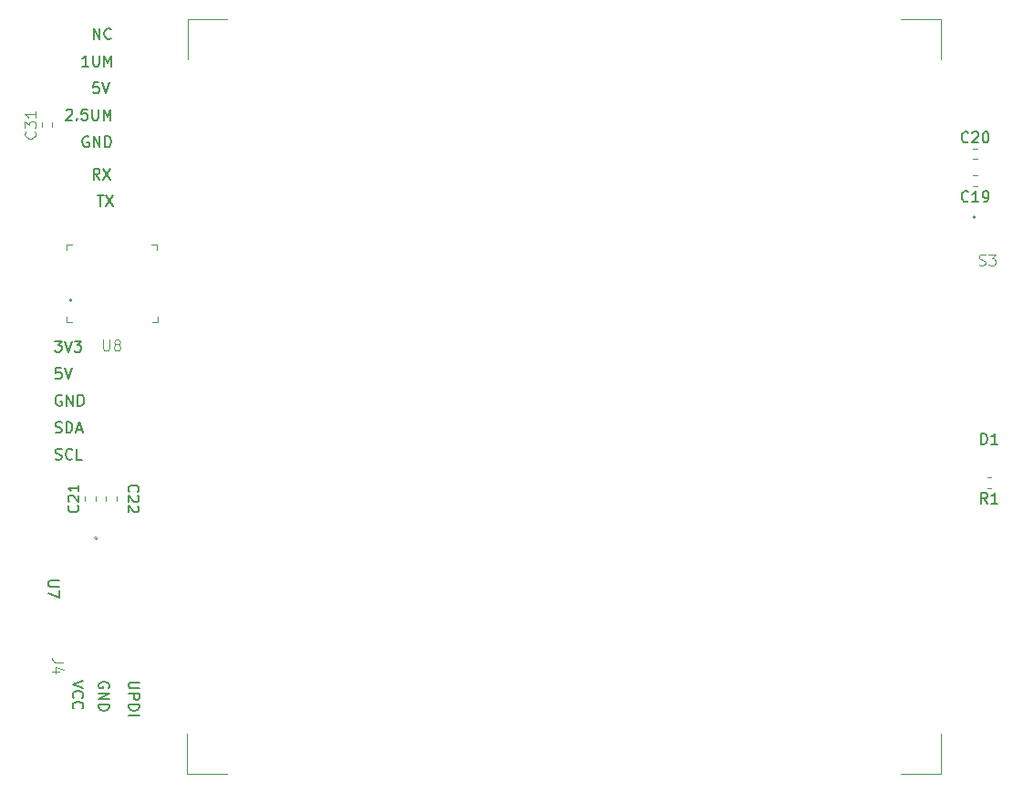
<source format=gbr>
%TF.GenerationSoftware,KiCad,Pcbnew,9.0.7-1.fc42*%
%TF.CreationDate,2026-02-03T17:14:13+01:00*%
%TF.ProjectId,air_sensor,6169725f-7365-46e7-936f-722e6b696361,rev?*%
%TF.SameCoordinates,Original*%
%TF.FileFunction,Legend,Top*%
%TF.FilePolarity,Positive*%
%FSLAX46Y46*%
G04 Gerber Fmt 4.6, Leading zero omitted, Abs format (unit mm)*
G04 Created by KiCad (PCBNEW 9.0.7-1.fc42) date 2026-02-03 17:14:13*
%MOMM*%
%LPD*%
G01*
G04 APERTURE LIST*
%ADD10C,0.100000*%
%ADD11C,0.150000*%
G04 APERTURE END LIST*
D10*
X114862180Y-78442857D02*
X114909800Y-78490476D01*
X114909800Y-78490476D02*
X114957419Y-78633333D01*
X114957419Y-78633333D02*
X114957419Y-78728571D01*
X114957419Y-78728571D02*
X114909800Y-78871428D01*
X114909800Y-78871428D02*
X114814561Y-78966666D01*
X114814561Y-78966666D02*
X114719323Y-79014285D01*
X114719323Y-79014285D02*
X114528847Y-79061904D01*
X114528847Y-79061904D02*
X114385990Y-79061904D01*
X114385990Y-79061904D02*
X114195514Y-79014285D01*
X114195514Y-79014285D02*
X114100276Y-78966666D01*
X114100276Y-78966666D02*
X114005038Y-78871428D01*
X114005038Y-78871428D02*
X113957419Y-78728571D01*
X113957419Y-78728571D02*
X113957419Y-78633333D01*
X113957419Y-78633333D02*
X114005038Y-78490476D01*
X114005038Y-78490476D02*
X114052657Y-78442857D01*
X113957419Y-78109523D02*
X113957419Y-77490476D01*
X113957419Y-77490476D02*
X114338371Y-77823809D01*
X114338371Y-77823809D02*
X114338371Y-77680952D01*
X114338371Y-77680952D02*
X114385990Y-77585714D01*
X114385990Y-77585714D02*
X114433609Y-77538095D01*
X114433609Y-77538095D02*
X114528847Y-77490476D01*
X114528847Y-77490476D02*
X114766942Y-77490476D01*
X114766942Y-77490476D02*
X114862180Y-77538095D01*
X114862180Y-77538095D02*
X114909800Y-77585714D01*
X114909800Y-77585714D02*
X114957419Y-77680952D01*
X114957419Y-77680952D02*
X114957419Y-77966666D01*
X114957419Y-77966666D02*
X114909800Y-78061904D01*
X114909800Y-78061904D02*
X114862180Y-78109523D01*
X114957419Y-76538095D02*
X114957419Y-77109523D01*
X114957419Y-76823809D02*
X113957419Y-76823809D01*
X113957419Y-76823809D02*
X114100276Y-76919047D01*
X114100276Y-76919047D02*
X114195514Y-77014285D01*
X114195514Y-77014285D02*
X114243133Y-77109523D01*
X117502580Y-127666666D02*
X116788295Y-127666666D01*
X116788295Y-127666666D02*
X116645438Y-127619047D01*
X116645438Y-127619047D02*
X116550200Y-127523809D01*
X116550200Y-127523809D02*
X116502580Y-127380952D01*
X116502580Y-127380952D02*
X116502580Y-127285714D01*
X117169247Y-128571428D02*
X116502580Y-128571428D01*
X117550200Y-128333333D02*
X116835914Y-128095238D01*
X116835914Y-128095238D02*
X116835914Y-128714285D01*
D11*
X121742561Y-130060588D02*
X121790180Y-129965350D01*
X121790180Y-129965350D02*
X121790180Y-129822493D01*
X121790180Y-129822493D02*
X121742561Y-129679636D01*
X121742561Y-129679636D02*
X121647323Y-129584398D01*
X121647323Y-129584398D02*
X121552085Y-129536779D01*
X121552085Y-129536779D02*
X121361609Y-129489160D01*
X121361609Y-129489160D02*
X121218752Y-129489160D01*
X121218752Y-129489160D02*
X121028276Y-129536779D01*
X121028276Y-129536779D02*
X120933038Y-129584398D01*
X120933038Y-129584398D02*
X120837800Y-129679636D01*
X120837800Y-129679636D02*
X120790180Y-129822493D01*
X120790180Y-129822493D02*
X120790180Y-129917731D01*
X120790180Y-129917731D02*
X120837800Y-130060588D01*
X120837800Y-130060588D02*
X120885419Y-130108207D01*
X120885419Y-130108207D02*
X121218752Y-130108207D01*
X121218752Y-130108207D02*
X121218752Y-129917731D01*
X120790180Y-130536779D02*
X121790180Y-130536779D01*
X121790180Y-130536779D02*
X120790180Y-131108207D01*
X120790180Y-131108207D02*
X121790180Y-131108207D01*
X120790180Y-131584398D02*
X121790180Y-131584398D01*
X121790180Y-131584398D02*
X121790180Y-131822493D01*
X121790180Y-131822493D02*
X121742561Y-131965350D01*
X121742561Y-131965350D02*
X121647323Y-132060588D01*
X121647323Y-132060588D02*
X121552085Y-132108207D01*
X121552085Y-132108207D02*
X121361609Y-132155826D01*
X121361609Y-132155826D02*
X121218752Y-132155826D01*
X121218752Y-132155826D02*
X121028276Y-132108207D01*
X121028276Y-132108207D02*
X120933038Y-132060588D01*
X120933038Y-132060588D02*
X120837800Y-131965350D01*
X120837800Y-131965350D02*
X120790180Y-131822493D01*
X120790180Y-131822493D02*
X120790180Y-131584398D01*
X119390180Y-129393922D02*
X118390180Y-129727255D01*
X118390180Y-129727255D02*
X119390180Y-130060588D01*
X118485419Y-130965350D02*
X118437800Y-130917731D01*
X118437800Y-130917731D02*
X118390180Y-130774874D01*
X118390180Y-130774874D02*
X118390180Y-130679636D01*
X118390180Y-130679636D02*
X118437800Y-130536779D01*
X118437800Y-130536779D02*
X118533038Y-130441541D01*
X118533038Y-130441541D02*
X118628276Y-130393922D01*
X118628276Y-130393922D02*
X118818752Y-130346303D01*
X118818752Y-130346303D02*
X118961609Y-130346303D01*
X118961609Y-130346303D02*
X119152085Y-130393922D01*
X119152085Y-130393922D02*
X119247323Y-130441541D01*
X119247323Y-130441541D02*
X119342561Y-130536779D01*
X119342561Y-130536779D02*
X119390180Y-130679636D01*
X119390180Y-130679636D02*
X119390180Y-130774874D01*
X119390180Y-130774874D02*
X119342561Y-130917731D01*
X119342561Y-130917731D02*
X119294942Y-130965350D01*
X118485419Y-131965350D02*
X118437800Y-131917731D01*
X118437800Y-131917731D02*
X118390180Y-131774874D01*
X118390180Y-131774874D02*
X118390180Y-131679636D01*
X118390180Y-131679636D02*
X118437800Y-131536779D01*
X118437800Y-131536779D02*
X118533038Y-131441541D01*
X118533038Y-131441541D02*
X118628276Y-131393922D01*
X118628276Y-131393922D02*
X118818752Y-131346303D01*
X118818752Y-131346303D02*
X118961609Y-131346303D01*
X118961609Y-131346303D02*
X119152085Y-131393922D01*
X119152085Y-131393922D02*
X119247323Y-131441541D01*
X119247323Y-131441541D02*
X119342561Y-131536779D01*
X119342561Y-131536779D02*
X119390180Y-131679636D01*
X119390180Y-131679636D02*
X119390180Y-131774874D01*
X119390180Y-131774874D02*
X119342561Y-131917731D01*
X119342561Y-131917731D02*
X119294942Y-131965350D01*
X124590180Y-129536779D02*
X123780657Y-129536779D01*
X123780657Y-129536779D02*
X123685419Y-129584398D01*
X123685419Y-129584398D02*
X123637800Y-129632017D01*
X123637800Y-129632017D02*
X123590180Y-129727255D01*
X123590180Y-129727255D02*
X123590180Y-129917731D01*
X123590180Y-129917731D02*
X123637800Y-130012969D01*
X123637800Y-130012969D02*
X123685419Y-130060588D01*
X123685419Y-130060588D02*
X123780657Y-130108207D01*
X123780657Y-130108207D02*
X124590180Y-130108207D01*
X123590180Y-130584398D02*
X124590180Y-130584398D01*
X124590180Y-130584398D02*
X124590180Y-130965350D01*
X124590180Y-130965350D02*
X124542561Y-131060588D01*
X124542561Y-131060588D02*
X124494942Y-131108207D01*
X124494942Y-131108207D02*
X124399704Y-131155826D01*
X124399704Y-131155826D02*
X124256847Y-131155826D01*
X124256847Y-131155826D02*
X124161609Y-131108207D01*
X124161609Y-131108207D02*
X124113990Y-131060588D01*
X124113990Y-131060588D02*
X124066371Y-130965350D01*
X124066371Y-130965350D02*
X124066371Y-130584398D01*
X123590180Y-131584398D02*
X124590180Y-131584398D01*
X124590180Y-131584398D02*
X124590180Y-131822493D01*
X124590180Y-131822493D02*
X124542561Y-131965350D01*
X124542561Y-131965350D02*
X124447323Y-132060588D01*
X124447323Y-132060588D02*
X124352085Y-132108207D01*
X124352085Y-132108207D02*
X124161609Y-132155826D01*
X124161609Y-132155826D02*
X124018752Y-132155826D01*
X124018752Y-132155826D02*
X123828276Y-132108207D01*
X123828276Y-132108207D02*
X123733038Y-132060588D01*
X123733038Y-132060588D02*
X123637800Y-131965350D01*
X123637800Y-131965350D02*
X123590180Y-131822493D01*
X123590180Y-131822493D02*
X123590180Y-131584398D01*
X123590180Y-132584398D02*
X124590180Y-132584398D01*
X117107680Y-120088095D02*
X116298157Y-120088095D01*
X116298157Y-120088095D02*
X116202919Y-120135714D01*
X116202919Y-120135714D02*
X116155300Y-120183333D01*
X116155300Y-120183333D02*
X116107680Y-120278571D01*
X116107680Y-120278571D02*
X116107680Y-120469047D01*
X116107680Y-120469047D02*
X116155300Y-120564285D01*
X116155300Y-120564285D02*
X116202919Y-120611904D01*
X116202919Y-120611904D02*
X116298157Y-120659523D01*
X116298157Y-120659523D02*
X117107680Y-120659523D01*
X117107680Y-121040476D02*
X117107680Y-121707142D01*
X117107680Y-121707142D02*
X116107680Y-121278571D01*
X118859580Y-113142857D02*
X118907200Y-113190476D01*
X118907200Y-113190476D02*
X118954819Y-113333333D01*
X118954819Y-113333333D02*
X118954819Y-113428571D01*
X118954819Y-113428571D02*
X118907200Y-113571428D01*
X118907200Y-113571428D02*
X118811961Y-113666666D01*
X118811961Y-113666666D02*
X118716723Y-113714285D01*
X118716723Y-113714285D02*
X118526247Y-113761904D01*
X118526247Y-113761904D02*
X118383390Y-113761904D01*
X118383390Y-113761904D02*
X118192914Y-113714285D01*
X118192914Y-113714285D02*
X118097676Y-113666666D01*
X118097676Y-113666666D02*
X118002438Y-113571428D01*
X118002438Y-113571428D02*
X117954819Y-113428571D01*
X117954819Y-113428571D02*
X117954819Y-113333333D01*
X117954819Y-113333333D02*
X118002438Y-113190476D01*
X118002438Y-113190476D02*
X118050057Y-113142857D01*
X118050057Y-112761904D02*
X118002438Y-112714285D01*
X118002438Y-112714285D02*
X117954819Y-112619047D01*
X117954819Y-112619047D02*
X117954819Y-112380952D01*
X117954819Y-112380952D02*
X118002438Y-112285714D01*
X118002438Y-112285714D02*
X118050057Y-112238095D01*
X118050057Y-112238095D02*
X118145295Y-112190476D01*
X118145295Y-112190476D02*
X118240533Y-112190476D01*
X118240533Y-112190476D02*
X118383390Y-112238095D01*
X118383390Y-112238095D02*
X118954819Y-112809523D01*
X118954819Y-112809523D02*
X118954819Y-112190476D01*
X118954819Y-111238095D02*
X118954819Y-111809523D01*
X118954819Y-111523809D02*
X117954819Y-111523809D01*
X117954819Y-111523809D02*
X118097676Y-111619047D01*
X118097676Y-111619047D02*
X118192914Y-111714285D01*
X118192914Y-111714285D02*
X118240533Y-111809523D01*
D10*
X121238095Y-97757419D02*
X121238095Y-98566942D01*
X121238095Y-98566942D02*
X121285714Y-98662180D01*
X121285714Y-98662180D02*
X121333333Y-98709800D01*
X121333333Y-98709800D02*
X121428571Y-98757419D01*
X121428571Y-98757419D02*
X121619047Y-98757419D01*
X121619047Y-98757419D02*
X121714285Y-98709800D01*
X121714285Y-98709800D02*
X121761904Y-98662180D01*
X121761904Y-98662180D02*
X121809523Y-98566942D01*
X121809523Y-98566942D02*
X121809523Y-97757419D01*
X122428571Y-98185990D02*
X122333333Y-98138371D01*
X122333333Y-98138371D02*
X122285714Y-98090752D01*
X122285714Y-98090752D02*
X122238095Y-97995514D01*
X122238095Y-97995514D02*
X122238095Y-97947895D01*
X122238095Y-97947895D02*
X122285714Y-97852657D01*
X122285714Y-97852657D02*
X122333333Y-97805038D01*
X122333333Y-97805038D02*
X122428571Y-97757419D01*
X122428571Y-97757419D02*
X122619047Y-97757419D01*
X122619047Y-97757419D02*
X122714285Y-97805038D01*
X122714285Y-97805038D02*
X122761904Y-97852657D01*
X122761904Y-97852657D02*
X122809523Y-97947895D01*
X122809523Y-97947895D02*
X122809523Y-97995514D01*
X122809523Y-97995514D02*
X122761904Y-98090752D01*
X122761904Y-98090752D02*
X122714285Y-98138371D01*
X122714285Y-98138371D02*
X122619047Y-98185990D01*
X122619047Y-98185990D02*
X122428571Y-98185990D01*
X122428571Y-98185990D02*
X122333333Y-98233609D01*
X122333333Y-98233609D02*
X122285714Y-98281228D01*
X122285714Y-98281228D02*
X122238095Y-98376466D01*
X122238095Y-98376466D02*
X122238095Y-98566942D01*
X122238095Y-98566942D02*
X122285714Y-98662180D01*
X122285714Y-98662180D02*
X122333333Y-98709800D01*
X122333333Y-98709800D02*
X122428571Y-98757419D01*
X122428571Y-98757419D02*
X122619047Y-98757419D01*
X122619047Y-98757419D02*
X122714285Y-98709800D01*
X122714285Y-98709800D02*
X122761904Y-98662180D01*
X122761904Y-98662180D02*
X122809523Y-98566942D01*
X122809523Y-98566942D02*
X122809523Y-98376466D01*
X122809523Y-98376466D02*
X122761904Y-98281228D01*
X122761904Y-98281228D02*
X122714285Y-98233609D01*
X122714285Y-98233609D02*
X122619047Y-98185990D01*
X202558095Y-90789800D02*
X202700952Y-90837419D01*
X202700952Y-90837419D02*
X202939047Y-90837419D01*
X202939047Y-90837419D02*
X203034285Y-90789800D01*
X203034285Y-90789800D02*
X203081904Y-90742180D01*
X203081904Y-90742180D02*
X203129523Y-90646942D01*
X203129523Y-90646942D02*
X203129523Y-90551704D01*
X203129523Y-90551704D02*
X203081904Y-90456466D01*
X203081904Y-90456466D02*
X203034285Y-90408847D01*
X203034285Y-90408847D02*
X202939047Y-90361228D01*
X202939047Y-90361228D02*
X202748571Y-90313609D01*
X202748571Y-90313609D02*
X202653333Y-90265990D01*
X202653333Y-90265990D02*
X202605714Y-90218371D01*
X202605714Y-90218371D02*
X202558095Y-90123133D01*
X202558095Y-90123133D02*
X202558095Y-90027895D01*
X202558095Y-90027895D02*
X202605714Y-89932657D01*
X202605714Y-89932657D02*
X202653333Y-89885038D01*
X202653333Y-89885038D02*
X202748571Y-89837419D01*
X202748571Y-89837419D02*
X202986666Y-89837419D01*
X202986666Y-89837419D02*
X203129523Y-89885038D01*
X203462857Y-89837419D02*
X204081904Y-89837419D01*
X204081904Y-89837419D02*
X203748571Y-90218371D01*
X203748571Y-90218371D02*
X203891428Y-90218371D01*
X203891428Y-90218371D02*
X203986666Y-90265990D01*
X203986666Y-90265990D02*
X204034285Y-90313609D01*
X204034285Y-90313609D02*
X204081904Y-90408847D01*
X204081904Y-90408847D02*
X204081904Y-90646942D01*
X204081904Y-90646942D02*
X204034285Y-90742180D01*
X204034285Y-90742180D02*
X203986666Y-90789800D01*
X203986666Y-90789800D02*
X203891428Y-90837419D01*
X203891428Y-90837419D02*
X203605714Y-90837419D01*
X203605714Y-90837419D02*
X203510476Y-90789800D01*
X203510476Y-90789800D02*
X203462857Y-90742180D01*
D11*
X116741541Y-97869819D02*
X117360588Y-97869819D01*
X117360588Y-97869819D02*
X117027255Y-98250771D01*
X117027255Y-98250771D02*
X117170112Y-98250771D01*
X117170112Y-98250771D02*
X117265350Y-98298390D01*
X117265350Y-98298390D02*
X117312969Y-98346009D01*
X117312969Y-98346009D02*
X117360588Y-98441247D01*
X117360588Y-98441247D02*
X117360588Y-98679342D01*
X117360588Y-98679342D02*
X117312969Y-98774580D01*
X117312969Y-98774580D02*
X117265350Y-98822200D01*
X117265350Y-98822200D02*
X117170112Y-98869819D01*
X117170112Y-98869819D02*
X116884398Y-98869819D01*
X116884398Y-98869819D02*
X116789160Y-98822200D01*
X116789160Y-98822200D02*
X116741541Y-98774580D01*
X117646303Y-97869819D02*
X117979636Y-98869819D01*
X117979636Y-98869819D02*
X118312969Y-97869819D01*
X118551065Y-97869819D02*
X119170112Y-97869819D01*
X119170112Y-97869819D02*
X118836779Y-98250771D01*
X118836779Y-98250771D02*
X118979636Y-98250771D01*
X118979636Y-98250771D02*
X119074874Y-98298390D01*
X119074874Y-98298390D02*
X119122493Y-98346009D01*
X119122493Y-98346009D02*
X119170112Y-98441247D01*
X119170112Y-98441247D02*
X119170112Y-98679342D01*
X119170112Y-98679342D02*
X119122493Y-98774580D01*
X119122493Y-98774580D02*
X119074874Y-98822200D01*
X119074874Y-98822200D02*
X118979636Y-98869819D01*
X118979636Y-98869819D02*
X118693922Y-98869819D01*
X118693922Y-98869819D02*
X118598684Y-98822200D01*
X118598684Y-98822200D02*
X118551065Y-98774580D01*
X117360588Y-102917438D02*
X117265350Y-102869819D01*
X117265350Y-102869819D02*
X117122493Y-102869819D01*
X117122493Y-102869819D02*
X116979636Y-102917438D01*
X116979636Y-102917438D02*
X116884398Y-103012676D01*
X116884398Y-103012676D02*
X116836779Y-103107914D01*
X116836779Y-103107914D02*
X116789160Y-103298390D01*
X116789160Y-103298390D02*
X116789160Y-103441247D01*
X116789160Y-103441247D02*
X116836779Y-103631723D01*
X116836779Y-103631723D02*
X116884398Y-103726961D01*
X116884398Y-103726961D02*
X116979636Y-103822200D01*
X116979636Y-103822200D02*
X117122493Y-103869819D01*
X117122493Y-103869819D02*
X117217731Y-103869819D01*
X117217731Y-103869819D02*
X117360588Y-103822200D01*
X117360588Y-103822200D02*
X117408207Y-103774580D01*
X117408207Y-103774580D02*
X117408207Y-103441247D01*
X117408207Y-103441247D02*
X117217731Y-103441247D01*
X117836779Y-103869819D02*
X117836779Y-102869819D01*
X117836779Y-102869819D02*
X118408207Y-103869819D01*
X118408207Y-103869819D02*
X118408207Y-102869819D01*
X118884398Y-103869819D02*
X118884398Y-102869819D01*
X118884398Y-102869819D02*
X119122493Y-102869819D01*
X119122493Y-102869819D02*
X119265350Y-102917438D01*
X119265350Y-102917438D02*
X119360588Y-103012676D01*
X119360588Y-103012676D02*
X119408207Y-103107914D01*
X119408207Y-103107914D02*
X119455826Y-103298390D01*
X119455826Y-103298390D02*
X119455826Y-103441247D01*
X119455826Y-103441247D02*
X119408207Y-103631723D01*
X119408207Y-103631723D02*
X119360588Y-103726961D01*
X119360588Y-103726961D02*
X119265350Y-103822200D01*
X119265350Y-103822200D02*
X119122493Y-103869819D01*
X119122493Y-103869819D02*
X118884398Y-103869819D01*
X116789160Y-106322200D02*
X116932017Y-106369819D01*
X116932017Y-106369819D02*
X117170112Y-106369819D01*
X117170112Y-106369819D02*
X117265350Y-106322200D01*
X117265350Y-106322200D02*
X117312969Y-106274580D01*
X117312969Y-106274580D02*
X117360588Y-106179342D01*
X117360588Y-106179342D02*
X117360588Y-106084104D01*
X117360588Y-106084104D02*
X117312969Y-105988866D01*
X117312969Y-105988866D02*
X117265350Y-105941247D01*
X117265350Y-105941247D02*
X117170112Y-105893628D01*
X117170112Y-105893628D02*
X116979636Y-105846009D01*
X116979636Y-105846009D02*
X116884398Y-105798390D01*
X116884398Y-105798390D02*
X116836779Y-105750771D01*
X116836779Y-105750771D02*
X116789160Y-105655533D01*
X116789160Y-105655533D02*
X116789160Y-105560295D01*
X116789160Y-105560295D02*
X116836779Y-105465057D01*
X116836779Y-105465057D02*
X116884398Y-105417438D01*
X116884398Y-105417438D02*
X116979636Y-105369819D01*
X116979636Y-105369819D02*
X117217731Y-105369819D01*
X117217731Y-105369819D02*
X117360588Y-105417438D01*
X117789160Y-106369819D02*
X117789160Y-105369819D01*
X117789160Y-105369819D02*
X118027255Y-105369819D01*
X118027255Y-105369819D02*
X118170112Y-105417438D01*
X118170112Y-105417438D02*
X118265350Y-105512676D01*
X118265350Y-105512676D02*
X118312969Y-105607914D01*
X118312969Y-105607914D02*
X118360588Y-105798390D01*
X118360588Y-105798390D02*
X118360588Y-105941247D01*
X118360588Y-105941247D02*
X118312969Y-106131723D01*
X118312969Y-106131723D02*
X118265350Y-106226961D01*
X118265350Y-106226961D02*
X118170112Y-106322200D01*
X118170112Y-106322200D02*
X118027255Y-106369819D01*
X118027255Y-106369819D02*
X117789160Y-106369819D01*
X118741541Y-106084104D02*
X119217731Y-106084104D01*
X118646303Y-106369819D02*
X118979636Y-105369819D01*
X118979636Y-105369819D02*
X119312969Y-106369819D01*
X117312969Y-100369819D02*
X116836779Y-100369819D01*
X116836779Y-100369819D02*
X116789160Y-100846009D01*
X116789160Y-100846009D02*
X116836779Y-100798390D01*
X116836779Y-100798390D02*
X116932017Y-100750771D01*
X116932017Y-100750771D02*
X117170112Y-100750771D01*
X117170112Y-100750771D02*
X117265350Y-100798390D01*
X117265350Y-100798390D02*
X117312969Y-100846009D01*
X117312969Y-100846009D02*
X117360588Y-100941247D01*
X117360588Y-100941247D02*
X117360588Y-101179342D01*
X117360588Y-101179342D02*
X117312969Y-101274580D01*
X117312969Y-101274580D02*
X117265350Y-101322200D01*
X117265350Y-101322200D02*
X117170112Y-101369819D01*
X117170112Y-101369819D02*
X116932017Y-101369819D01*
X116932017Y-101369819D02*
X116836779Y-101322200D01*
X116836779Y-101322200D02*
X116789160Y-101274580D01*
X117646303Y-100369819D02*
X117979636Y-101369819D01*
X117979636Y-101369819D02*
X118312969Y-100369819D01*
X116789160Y-108822200D02*
X116932017Y-108869819D01*
X116932017Y-108869819D02*
X117170112Y-108869819D01*
X117170112Y-108869819D02*
X117265350Y-108822200D01*
X117265350Y-108822200D02*
X117312969Y-108774580D01*
X117312969Y-108774580D02*
X117360588Y-108679342D01*
X117360588Y-108679342D02*
X117360588Y-108584104D01*
X117360588Y-108584104D02*
X117312969Y-108488866D01*
X117312969Y-108488866D02*
X117265350Y-108441247D01*
X117265350Y-108441247D02*
X117170112Y-108393628D01*
X117170112Y-108393628D02*
X116979636Y-108346009D01*
X116979636Y-108346009D02*
X116884398Y-108298390D01*
X116884398Y-108298390D02*
X116836779Y-108250771D01*
X116836779Y-108250771D02*
X116789160Y-108155533D01*
X116789160Y-108155533D02*
X116789160Y-108060295D01*
X116789160Y-108060295D02*
X116836779Y-107965057D01*
X116836779Y-107965057D02*
X116884398Y-107917438D01*
X116884398Y-107917438D02*
X116979636Y-107869819D01*
X116979636Y-107869819D02*
X117217731Y-107869819D01*
X117217731Y-107869819D02*
X117360588Y-107917438D01*
X118360588Y-108774580D02*
X118312969Y-108822200D01*
X118312969Y-108822200D02*
X118170112Y-108869819D01*
X118170112Y-108869819D02*
X118074874Y-108869819D01*
X118074874Y-108869819D02*
X117932017Y-108822200D01*
X117932017Y-108822200D02*
X117836779Y-108726961D01*
X117836779Y-108726961D02*
X117789160Y-108631723D01*
X117789160Y-108631723D02*
X117741541Y-108441247D01*
X117741541Y-108441247D02*
X117741541Y-108298390D01*
X117741541Y-108298390D02*
X117789160Y-108107914D01*
X117789160Y-108107914D02*
X117836779Y-108012676D01*
X117836779Y-108012676D02*
X117932017Y-107917438D01*
X117932017Y-107917438D02*
X118074874Y-107869819D01*
X118074874Y-107869819D02*
X118170112Y-107869819D01*
X118170112Y-107869819D02*
X118312969Y-107917438D01*
X118312969Y-107917438D02*
X118360588Y-107965057D01*
X119265350Y-108869819D02*
X118789160Y-108869819D01*
X118789160Y-108869819D02*
X118789160Y-107869819D01*
X123640419Y-111857142D02*
X123592800Y-111809523D01*
X123592800Y-111809523D02*
X123545180Y-111666666D01*
X123545180Y-111666666D02*
X123545180Y-111571428D01*
X123545180Y-111571428D02*
X123592800Y-111428571D01*
X123592800Y-111428571D02*
X123688038Y-111333333D01*
X123688038Y-111333333D02*
X123783276Y-111285714D01*
X123783276Y-111285714D02*
X123973752Y-111238095D01*
X123973752Y-111238095D02*
X124116609Y-111238095D01*
X124116609Y-111238095D02*
X124307085Y-111285714D01*
X124307085Y-111285714D02*
X124402323Y-111333333D01*
X124402323Y-111333333D02*
X124497561Y-111428571D01*
X124497561Y-111428571D02*
X124545180Y-111571428D01*
X124545180Y-111571428D02*
X124545180Y-111666666D01*
X124545180Y-111666666D02*
X124497561Y-111809523D01*
X124497561Y-111809523D02*
X124449942Y-111857142D01*
X124449942Y-112238095D02*
X124497561Y-112285714D01*
X124497561Y-112285714D02*
X124545180Y-112380952D01*
X124545180Y-112380952D02*
X124545180Y-112619047D01*
X124545180Y-112619047D02*
X124497561Y-112714285D01*
X124497561Y-112714285D02*
X124449942Y-112761904D01*
X124449942Y-112761904D02*
X124354704Y-112809523D01*
X124354704Y-112809523D02*
X124259466Y-112809523D01*
X124259466Y-112809523D02*
X124116609Y-112761904D01*
X124116609Y-112761904D02*
X123545180Y-112190476D01*
X123545180Y-112190476D02*
X123545180Y-112809523D01*
X124449942Y-113190476D02*
X124497561Y-113238095D01*
X124497561Y-113238095D02*
X124545180Y-113333333D01*
X124545180Y-113333333D02*
X124545180Y-113571428D01*
X124545180Y-113571428D02*
X124497561Y-113666666D01*
X124497561Y-113666666D02*
X124449942Y-113714285D01*
X124449942Y-113714285D02*
X124354704Y-113761904D01*
X124354704Y-113761904D02*
X124259466Y-113761904D01*
X124259466Y-113761904D02*
X124116609Y-113714285D01*
X124116609Y-113714285D02*
X123545180Y-113142857D01*
X123545180Y-113142857D02*
X123545180Y-113761904D01*
X201557142Y-84859580D02*
X201509523Y-84907200D01*
X201509523Y-84907200D02*
X201366666Y-84954819D01*
X201366666Y-84954819D02*
X201271428Y-84954819D01*
X201271428Y-84954819D02*
X201128571Y-84907200D01*
X201128571Y-84907200D02*
X201033333Y-84811961D01*
X201033333Y-84811961D02*
X200985714Y-84716723D01*
X200985714Y-84716723D02*
X200938095Y-84526247D01*
X200938095Y-84526247D02*
X200938095Y-84383390D01*
X200938095Y-84383390D02*
X200985714Y-84192914D01*
X200985714Y-84192914D02*
X201033333Y-84097676D01*
X201033333Y-84097676D02*
X201128571Y-84002438D01*
X201128571Y-84002438D02*
X201271428Y-83954819D01*
X201271428Y-83954819D02*
X201366666Y-83954819D01*
X201366666Y-83954819D02*
X201509523Y-84002438D01*
X201509523Y-84002438D02*
X201557142Y-84050057D01*
X202509523Y-84954819D02*
X201938095Y-84954819D01*
X202223809Y-84954819D02*
X202223809Y-83954819D01*
X202223809Y-83954819D02*
X202128571Y-84097676D01*
X202128571Y-84097676D02*
X202033333Y-84192914D01*
X202033333Y-84192914D02*
X201938095Y-84240533D01*
X202985714Y-84954819D02*
X203176190Y-84954819D01*
X203176190Y-84954819D02*
X203271428Y-84907200D01*
X203271428Y-84907200D02*
X203319047Y-84859580D01*
X203319047Y-84859580D02*
X203414285Y-84716723D01*
X203414285Y-84716723D02*
X203461904Y-84526247D01*
X203461904Y-84526247D02*
X203461904Y-84145295D01*
X203461904Y-84145295D02*
X203414285Y-84050057D01*
X203414285Y-84050057D02*
X203366666Y-84002438D01*
X203366666Y-84002438D02*
X203271428Y-83954819D01*
X203271428Y-83954819D02*
X203080952Y-83954819D01*
X203080952Y-83954819D02*
X202985714Y-84002438D01*
X202985714Y-84002438D02*
X202938095Y-84050057D01*
X202938095Y-84050057D02*
X202890476Y-84145295D01*
X202890476Y-84145295D02*
X202890476Y-84383390D01*
X202890476Y-84383390D02*
X202938095Y-84478628D01*
X202938095Y-84478628D02*
X202985714Y-84526247D01*
X202985714Y-84526247D02*
X203080952Y-84573866D01*
X203080952Y-84573866D02*
X203271428Y-84573866D01*
X203271428Y-84573866D02*
X203366666Y-84526247D01*
X203366666Y-84526247D02*
X203414285Y-84478628D01*
X203414285Y-84478628D02*
X203461904Y-84383390D01*
X119860588Y-72369819D02*
X119289160Y-72369819D01*
X119574874Y-72369819D02*
X119574874Y-71369819D01*
X119574874Y-71369819D02*
X119479636Y-71512676D01*
X119479636Y-71512676D02*
X119384398Y-71607914D01*
X119384398Y-71607914D02*
X119289160Y-71655533D01*
X120289160Y-71369819D02*
X120289160Y-72179342D01*
X120289160Y-72179342D02*
X120336779Y-72274580D01*
X120336779Y-72274580D02*
X120384398Y-72322200D01*
X120384398Y-72322200D02*
X120479636Y-72369819D01*
X120479636Y-72369819D02*
X120670112Y-72369819D01*
X120670112Y-72369819D02*
X120765350Y-72322200D01*
X120765350Y-72322200D02*
X120812969Y-72274580D01*
X120812969Y-72274580D02*
X120860588Y-72179342D01*
X120860588Y-72179342D02*
X120860588Y-71369819D01*
X121336779Y-72369819D02*
X121336779Y-71369819D01*
X121336779Y-71369819D02*
X121670112Y-72084104D01*
X121670112Y-72084104D02*
X122003445Y-71369819D01*
X122003445Y-71369819D02*
X122003445Y-72369819D01*
X120336779Y-69869819D02*
X120336779Y-68869819D01*
X120336779Y-68869819D02*
X120908207Y-69869819D01*
X120908207Y-69869819D02*
X120908207Y-68869819D01*
X121955826Y-69774580D02*
X121908207Y-69822200D01*
X121908207Y-69822200D02*
X121765350Y-69869819D01*
X121765350Y-69869819D02*
X121670112Y-69869819D01*
X121670112Y-69869819D02*
X121527255Y-69822200D01*
X121527255Y-69822200D02*
X121432017Y-69726961D01*
X121432017Y-69726961D02*
X121384398Y-69631723D01*
X121384398Y-69631723D02*
X121336779Y-69441247D01*
X121336779Y-69441247D02*
X121336779Y-69298390D01*
X121336779Y-69298390D02*
X121384398Y-69107914D01*
X121384398Y-69107914D02*
X121432017Y-69012676D01*
X121432017Y-69012676D02*
X121527255Y-68917438D01*
X121527255Y-68917438D02*
X121670112Y-68869819D01*
X121670112Y-68869819D02*
X121765350Y-68869819D01*
X121765350Y-68869819D02*
X121908207Y-68917438D01*
X121908207Y-68917438D02*
X121955826Y-68965057D01*
X119860588Y-78917438D02*
X119765350Y-78869819D01*
X119765350Y-78869819D02*
X119622493Y-78869819D01*
X119622493Y-78869819D02*
X119479636Y-78917438D01*
X119479636Y-78917438D02*
X119384398Y-79012676D01*
X119384398Y-79012676D02*
X119336779Y-79107914D01*
X119336779Y-79107914D02*
X119289160Y-79298390D01*
X119289160Y-79298390D02*
X119289160Y-79441247D01*
X119289160Y-79441247D02*
X119336779Y-79631723D01*
X119336779Y-79631723D02*
X119384398Y-79726961D01*
X119384398Y-79726961D02*
X119479636Y-79822200D01*
X119479636Y-79822200D02*
X119622493Y-79869819D01*
X119622493Y-79869819D02*
X119717731Y-79869819D01*
X119717731Y-79869819D02*
X119860588Y-79822200D01*
X119860588Y-79822200D02*
X119908207Y-79774580D01*
X119908207Y-79774580D02*
X119908207Y-79441247D01*
X119908207Y-79441247D02*
X119717731Y-79441247D01*
X120336779Y-79869819D02*
X120336779Y-78869819D01*
X120336779Y-78869819D02*
X120908207Y-79869819D01*
X120908207Y-79869819D02*
X120908207Y-78869819D01*
X121384398Y-79869819D02*
X121384398Y-78869819D01*
X121384398Y-78869819D02*
X121622493Y-78869819D01*
X121622493Y-78869819D02*
X121765350Y-78917438D01*
X121765350Y-78917438D02*
X121860588Y-79012676D01*
X121860588Y-79012676D02*
X121908207Y-79107914D01*
X121908207Y-79107914D02*
X121955826Y-79298390D01*
X121955826Y-79298390D02*
X121955826Y-79441247D01*
X121955826Y-79441247D02*
X121908207Y-79631723D01*
X121908207Y-79631723D02*
X121860588Y-79726961D01*
X121860588Y-79726961D02*
X121765350Y-79822200D01*
X121765350Y-79822200D02*
X121622493Y-79869819D01*
X121622493Y-79869819D02*
X121384398Y-79869819D01*
X117789160Y-76465057D02*
X117836779Y-76417438D01*
X117836779Y-76417438D02*
X117932017Y-76369819D01*
X117932017Y-76369819D02*
X118170112Y-76369819D01*
X118170112Y-76369819D02*
X118265350Y-76417438D01*
X118265350Y-76417438D02*
X118312969Y-76465057D01*
X118312969Y-76465057D02*
X118360588Y-76560295D01*
X118360588Y-76560295D02*
X118360588Y-76655533D01*
X118360588Y-76655533D02*
X118312969Y-76798390D01*
X118312969Y-76798390D02*
X117741541Y-77369819D01*
X117741541Y-77369819D02*
X118360588Y-77369819D01*
X118789160Y-77274580D02*
X118836779Y-77322200D01*
X118836779Y-77322200D02*
X118789160Y-77369819D01*
X118789160Y-77369819D02*
X118741541Y-77322200D01*
X118741541Y-77322200D02*
X118789160Y-77274580D01*
X118789160Y-77274580D02*
X118789160Y-77369819D01*
X119741540Y-76369819D02*
X119265350Y-76369819D01*
X119265350Y-76369819D02*
X119217731Y-76846009D01*
X119217731Y-76846009D02*
X119265350Y-76798390D01*
X119265350Y-76798390D02*
X119360588Y-76750771D01*
X119360588Y-76750771D02*
X119598683Y-76750771D01*
X119598683Y-76750771D02*
X119693921Y-76798390D01*
X119693921Y-76798390D02*
X119741540Y-76846009D01*
X119741540Y-76846009D02*
X119789159Y-76941247D01*
X119789159Y-76941247D02*
X119789159Y-77179342D01*
X119789159Y-77179342D02*
X119741540Y-77274580D01*
X119741540Y-77274580D02*
X119693921Y-77322200D01*
X119693921Y-77322200D02*
X119598683Y-77369819D01*
X119598683Y-77369819D02*
X119360588Y-77369819D01*
X119360588Y-77369819D02*
X119265350Y-77322200D01*
X119265350Y-77322200D02*
X119217731Y-77274580D01*
X120217731Y-76369819D02*
X120217731Y-77179342D01*
X120217731Y-77179342D02*
X120265350Y-77274580D01*
X120265350Y-77274580D02*
X120312969Y-77322200D01*
X120312969Y-77322200D02*
X120408207Y-77369819D01*
X120408207Y-77369819D02*
X120598683Y-77369819D01*
X120598683Y-77369819D02*
X120693921Y-77322200D01*
X120693921Y-77322200D02*
X120741540Y-77274580D01*
X120741540Y-77274580D02*
X120789159Y-77179342D01*
X120789159Y-77179342D02*
X120789159Y-76369819D01*
X121265350Y-77369819D02*
X121265350Y-76369819D01*
X121265350Y-76369819D02*
X121598683Y-77084104D01*
X121598683Y-77084104D02*
X121932016Y-76369819D01*
X121932016Y-76369819D02*
X121932016Y-77369819D01*
X120812969Y-73869819D02*
X120336779Y-73869819D01*
X120336779Y-73869819D02*
X120289160Y-74346009D01*
X120289160Y-74346009D02*
X120336779Y-74298390D01*
X120336779Y-74298390D02*
X120432017Y-74250771D01*
X120432017Y-74250771D02*
X120670112Y-74250771D01*
X120670112Y-74250771D02*
X120765350Y-74298390D01*
X120765350Y-74298390D02*
X120812969Y-74346009D01*
X120812969Y-74346009D02*
X120860588Y-74441247D01*
X120860588Y-74441247D02*
X120860588Y-74679342D01*
X120860588Y-74679342D02*
X120812969Y-74774580D01*
X120812969Y-74774580D02*
X120765350Y-74822200D01*
X120765350Y-74822200D02*
X120670112Y-74869819D01*
X120670112Y-74869819D02*
X120432017Y-74869819D01*
X120432017Y-74869819D02*
X120336779Y-74822200D01*
X120336779Y-74822200D02*
X120289160Y-74774580D01*
X121146303Y-73869819D02*
X121479636Y-74869819D01*
X121479636Y-74869819D02*
X121812969Y-73869819D01*
X120908207Y-82869819D02*
X120574874Y-82393628D01*
X120336779Y-82869819D02*
X120336779Y-81869819D01*
X120336779Y-81869819D02*
X120717731Y-81869819D01*
X120717731Y-81869819D02*
X120812969Y-81917438D01*
X120812969Y-81917438D02*
X120860588Y-81965057D01*
X120860588Y-81965057D02*
X120908207Y-82060295D01*
X120908207Y-82060295D02*
X120908207Y-82203152D01*
X120908207Y-82203152D02*
X120860588Y-82298390D01*
X120860588Y-82298390D02*
X120812969Y-82346009D01*
X120812969Y-82346009D02*
X120717731Y-82393628D01*
X120717731Y-82393628D02*
X120336779Y-82393628D01*
X121241541Y-81869819D02*
X121908207Y-82869819D01*
X121908207Y-81869819D02*
X121241541Y-82869819D01*
X120693922Y-84369819D02*
X121265350Y-84369819D01*
X120979636Y-85369819D02*
X120979636Y-84369819D01*
X121503446Y-84369819D02*
X122170112Y-85369819D01*
X122170112Y-84369819D02*
X121503446Y-85369819D01*
X201557142Y-79359580D02*
X201509523Y-79407200D01*
X201509523Y-79407200D02*
X201366666Y-79454819D01*
X201366666Y-79454819D02*
X201271428Y-79454819D01*
X201271428Y-79454819D02*
X201128571Y-79407200D01*
X201128571Y-79407200D02*
X201033333Y-79311961D01*
X201033333Y-79311961D02*
X200985714Y-79216723D01*
X200985714Y-79216723D02*
X200938095Y-79026247D01*
X200938095Y-79026247D02*
X200938095Y-78883390D01*
X200938095Y-78883390D02*
X200985714Y-78692914D01*
X200985714Y-78692914D02*
X201033333Y-78597676D01*
X201033333Y-78597676D02*
X201128571Y-78502438D01*
X201128571Y-78502438D02*
X201271428Y-78454819D01*
X201271428Y-78454819D02*
X201366666Y-78454819D01*
X201366666Y-78454819D02*
X201509523Y-78502438D01*
X201509523Y-78502438D02*
X201557142Y-78550057D01*
X201938095Y-78550057D02*
X201985714Y-78502438D01*
X201985714Y-78502438D02*
X202080952Y-78454819D01*
X202080952Y-78454819D02*
X202319047Y-78454819D01*
X202319047Y-78454819D02*
X202414285Y-78502438D01*
X202414285Y-78502438D02*
X202461904Y-78550057D01*
X202461904Y-78550057D02*
X202509523Y-78645295D01*
X202509523Y-78645295D02*
X202509523Y-78740533D01*
X202509523Y-78740533D02*
X202461904Y-78883390D01*
X202461904Y-78883390D02*
X201890476Y-79454819D01*
X201890476Y-79454819D02*
X202509523Y-79454819D01*
X203128571Y-78454819D02*
X203223809Y-78454819D01*
X203223809Y-78454819D02*
X203319047Y-78502438D01*
X203319047Y-78502438D02*
X203366666Y-78550057D01*
X203366666Y-78550057D02*
X203414285Y-78645295D01*
X203414285Y-78645295D02*
X203461904Y-78835771D01*
X203461904Y-78835771D02*
X203461904Y-79073866D01*
X203461904Y-79073866D02*
X203414285Y-79264342D01*
X203414285Y-79264342D02*
X203366666Y-79359580D01*
X203366666Y-79359580D02*
X203319047Y-79407200D01*
X203319047Y-79407200D02*
X203223809Y-79454819D01*
X203223809Y-79454819D02*
X203128571Y-79454819D01*
X203128571Y-79454819D02*
X203033333Y-79407200D01*
X203033333Y-79407200D02*
X202985714Y-79359580D01*
X202985714Y-79359580D02*
X202938095Y-79264342D01*
X202938095Y-79264342D02*
X202890476Y-79073866D01*
X202890476Y-79073866D02*
X202890476Y-78835771D01*
X202890476Y-78835771D02*
X202938095Y-78645295D01*
X202938095Y-78645295D02*
X202985714Y-78550057D01*
X202985714Y-78550057D02*
X203033333Y-78502438D01*
X203033333Y-78502438D02*
X203128571Y-78454819D01*
X202761905Y-107454819D02*
X202761905Y-106454819D01*
X202761905Y-106454819D02*
X203000000Y-106454819D01*
X203000000Y-106454819D02*
X203142857Y-106502438D01*
X203142857Y-106502438D02*
X203238095Y-106597676D01*
X203238095Y-106597676D02*
X203285714Y-106692914D01*
X203285714Y-106692914D02*
X203333333Y-106883390D01*
X203333333Y-106883390D02*
X203333333Y-107026247D01*
X203333333Y-107026247D02*
X203285714Y-107216723D01*
X203285714Y-107216723D02*
X203238095Y-107311961D01*
X203238095Y-107311961D02*
X203142857Y-107407200D01*
X203142857Y-107407200D02*
X203000000Y-107454819D01*
X203000000Y-107454819D02*
X202761905Y-107454819D01*
X204285714Y-107454819D02*
X203714286Y-107454819D01*
X204000000Y-107454819D02*
X204000000Y-106454819D01*
X204000000Y-106454819D02*
X203904762Y-106597676D01*
X203904762Y-106597676D02*
X203809524Y-106692914D01*
X203809524Y-106692914D02*
X203714286Y-106740533D01*
X203333333Y-112954819D02*
X203000000Y-112478628D01*
X202761905Y-112954819D02*
X202761905Y-111954819D01*
X202761905Y-111954819D02*
X203142857Y-111954819D01*
X203142857Y-111954819D02*
X203238095Y-112002438D01*
X203238095Y-112002438D02*
X203285714Y-112050057D01*
X203285714Y-112050057D02*
X203333333Y-112145295D01*
X203333333Y-112145295D02*
X203333333Y-112288152D01*
X203333333Y-112288152D02*
X203285714Y-112383390D01*
X203285714Y-112383390D02*
X203238095Y-112431009D01*
X203238095Y-112431009D02*
X203142857Y-112478628D01*
X203142857Y-112478628D02*
X202761905Y-112478628D01*
X204285714Y-112954819D02*
X203714286Y-112954819D01*
X204000000Y-112954819D02*
X204000000Y-111954819D01*
X204000000Y-111954819D02*
X203904762Y-112097676D01*
X203904762Y-112097676D02*
X203809524Y-112192914D01*
X203809524Y-112192914D02*
X203714286Y-112240533D01*
D10*
%TO.C,C31*%
X115500000Y-78000000D02*
X115500000Y-77600000D01*
X116500000Y-78000000D02*
X116500000Y-77600000D01*
%TO.C,U7*%
X120703921Y-116150000D02*
G75*
G02*
X120421079Y-116150000I-141421J0D01*
G01*
X120421079Y-116150000D02*
G75*
G02*
X120703921Y-116150000I141421J0D01*
G01*
%TO.C,C21*%
X119500000Y-112700000D02*
X119500000Y-112300000D01*
X120500000Y-112700000D02*
X120500000Y-112300000D01*
%TO.C,U8*%
X117800000Y-88900000D02*
X118300000Y-88900000D01*
X117800000Y-89400000D02*
X117800000Y-88900000D01*
X117800000Y-96100000D02*
X117800000Y-95600000D01*
X118300000Y-96100000D02*
X117800000Y-96100000D01*
X125700000Y-88900000D02*
X126200000Y-88900000D01*
X126200000Y-88900000D02*
X126200000Y-89400000D01*
X126300000Y-95600000D02*
X126300000Y-96100000D01*
X126300000Y-96100000D02*
X125800000Y-96100000D01*
X118341421Y-94100000D02*
G75*
G02*
X118058579Y-94100000I-141421J0D01*
G01*
X118058579Y-94100000D02*
G75*
G02*
X118341421Y-94100000I141421J0D01*
G01*
%TO.C,S3*%
X202220000Y-86380000D02*
G75*
G02*
X202020000Y-86380000I-100000J0D01*
G01*
X202020000Y-86380000D02*
G75*
G02*
X202220000Y-86380000I100000J0D01*
G01*
%TO.C,C22*%
X121500000Y-112700000D02*
X121500000Y-112300000D01*
X122500000Y-112700000D02*
X122500000Y-112300000D01*
%TO.C,C19*%
X202400000Y-82500000D02*
X202000000Y-82500000D01*
X202400000Y-83500000D02*
X202000000Y-83500000D01*
%TO.C,C20*%
X202000000Y-80000000D02*
X202400000Y-80000000D01*
X202000000Y-81000000D02*
X202400000Y-81000000D01*
%TO.C,REF\u002A\u002A*%
X129000000Y-134300000D02*
X129000000Y-138000000D01*
X129050000Y-71700000D02*
X129050000Y-68000000D01*
X132700000Y-138000000D02*
X129000000Y-138000000D01*
X132750000Y-68000000D02*
X129050000Y-68000000D01*
X195300000Y-68000000D02*
X199000000Y-68000000D01*
X195300000Y-138000000D02*
X199000000Y-138000000D01*
X199000000Y-71700000D02*
X199000000Y-68000000D01*
X199000000Y-134300000D02*
X199000000Y-138000000D01*
%TO.C,R1*%
X203300000Y-110500000D02*
X203700000Y-110500000D01*
X203300000Y-111500000D02*
X203700000Y-111500000D01*
%TD*%
M02*

</source>
